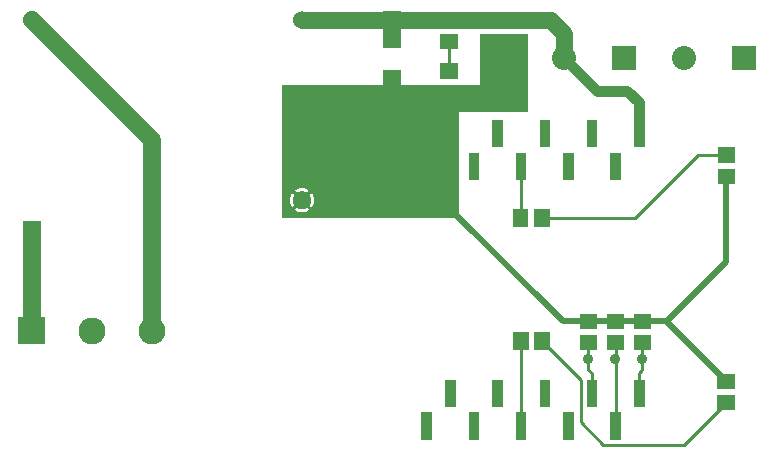
<source format=gbr>
G04 start of page 2 for group 0 idx 0 *
G04 Title: (unknown), top *
G04 Creator: pcb 4.0.2 *
G04 CreationDate: Sat May 14 18:14:31 2022 UTC *
G04 For: railfan *
G04 Format: Gerber/RS-274X *
G04 PCB-Dimensions (mil): 2800.00 1800.00 *
G04 PCB-Coordinate-Origin: lower left *
%MOIN*%
%FSLAX25Y25*%
%LNTOP*%
%ADD21C,0.0300*%
%ADD20C,0.0480*%
%ADD19C,0.0360*%
%ADD18C,0.0900*%
%ADD17C,0.0800*%
%ADD16C,0.0600*%
%ADD15C,0.0350*%
%ADD14C,0.0200*%
%ADD13C,0.0100*%
%ADD12C,0.0550*%
%ADD11C,0.0001*%
G54D11*G36*
X114784Y136000D02*X164000D01*
Y91500D01*
X114784D01*
Y95369D01*
X114787Y95370D01*
X114855Y95409D01*
X114916Y95458D01*
X114969Y95517D01*
X115011Y95583D01*
X115174Y95908D01*
X115303Y96248D01*
X115401Y96598D01*
X115467Y96956D01*
X115500Y97318D01*
Y97682D01*
X115467Y98044D01*
X115401Y98402D01*
X115303Y98752D01*
X115174Y99092D01*
X115015Y99419D01*
X114972Y99485D01*
X114919Y99544D01*
X114857Y99594D01*
X114788Y99633D01*
X114784Y99635D01*
Y136000D01*
G37*
G36*
X111502D02*X114784D01*
Y99635D01*
X114714Y99661D01*
X114637Y99677D01*
X114558Y99681D01*
X114479Y99673D01*
X114403Y99652D01*
X114330Y99620D01*
X114264Y99577D01*
X114205Y99524D01*
X114156Y99462D01*
X114116Y99393D01*
X114088Y99319D01*
X114072Y99242D01*
X114068Y99163D01*
X114076Y99084D01*
X114097Y99007D01*
X114130Y98936D01*
X114253Y98693D01*
X114350Y98438D01*
X114423Y98176D01*
X114472Y97908D01*
X114497Y97636D01*
Y97364D01*
X114472Y97092D01*
X114423Y96824D01*
X114350Y96562D01*
X114253Y96307D01*
X114133Y96063D01*
X114100Y95991D01*
X114079Y95916D01*
X114071Y95837D01*
X114075Y95759D01*
X114091Y95682D01*
X114119Y95608D01*
X114158Y95540D01*
X114207Y95479D01*
X114266Y95426D01*
X114332Y95383D01*
X114404Y95351D01*
X114480Y95330D01*
X114558Y95322D01*
X114636Y95326D01*
X114713Y95342D01*
X114784Y95369D01*
Y91500D01*
X111502D01*
Y93500D01*
X111682D01*
X112044Y93533D01*
X112402Y93599D01*
X112752Y93697D01*
X113092Y93826D01*
X113419Y93985D01*
X113485Y94028D01*
X113544Y94081D01*
X113594Y94143D01*
X113633Y94212D01*
X113661Y94286D01*
X113677Y94363D01*
X113681Y94442D01*
X113673Y94521D01*
X113652Y94597D01*
X113620Y94670D01*
X113577Y94736D01*
X113524Y94795D01*
X113462Y94844D01*
X113393Y94884D01*
X113319Y94912D01*
X113242Y94928D01*
X113163Y94932D01*
X113084Y94924D01*
X113007Y94903D01*
X112936Y94870D01*
X112693Y94747D01*
X112438Y94650D01*
X112176Y94577D01*
X111908Y94528D01*
X111636Y94503D01*
X111502D01*
Y100497D01*
X111636D01*
X111908Y100472D01*
X112176Y100423D01*
X112438Y100350D01*
X112693Y100253D01*
X112937Y100133D01*
X113009Y100100D01*
X113084Y100079D01*
X113163Y100071D01*
X113241Y100075D01*
X113318Y100091D01*
X113392Y100119D01*
X113460Y100158D01*
X113521Y100207D01*
X113574Y100266D01*
X113617Y100332D01*
X113649Y100404D01*
X113670Y100480D01*
X113678Y100558D01*
X113674Y100636D01*
X113658Y100713D01*
X113630Y100787D01*
X113591Y100855D01*
X113542Y100916D01*
X113483Y100969D01*
X113417Y101011D01*
X113092Y101174D01*
X112752Y101303D01*
X112402Y101401D01*
X112044Y101467D01*
X111682Y101500D01*
X111502D01*
Y136000D01*
G37*
G36*
X108216D02*X111502D01*
Y101500D01*
X111318D01*
X110956Y101467D01*
X110598Y101401D01*
X110248Y101303D01*
X109908Y101174D01*
X109581Y101015D01*
X109515Y100972D01*
X109456Y100919D01*
X109406Y100857D01*
X109367Y100788D01*
X109339Y100714D01*
X109323Y100637D01*
X109319Y100558D01*
X109327Y100479D01*
X109348Y100403D01*
X109380Y100330D01*
X109423Y100264D01*
X109476Y100205D01*
X109538Y100156D01*
X109607Y100116D01*
X109681Y100088D01*
X109758Y100072D01*
X109837Y100068D01*
X109916Y100076D01*
X109993Y100097D01*
X110064Y100130D01*
X110307Y100253D01*
X110562Y100350D01*
X110824Y100423D01*
X111092Y100472D01*
X111364Y100497D01*
X111502D01*
Y94503D01*
X111364D01*
X111092Y94528D01*
X110824Y94577D01*
X110562Y94650D01*
X110307Y94747D01*
X110063Y94867D01*
X109991Y94900D01*
X109915Y94921D01*
X109837Y94929D01*
X109759Y94925D01*
X109682Y94909D01*
X109608Y94881D01*
X109540Y94842D01*
X109479Y94793D01*
X109426Y94734D01*
X109383Y94668D01*
X109351Y94596D01*
X109330Y94520D01*
X109322Y94442D01*
X109326Y94364D01*
X109342Y94287D01*
X109370Y94213D01*
X109409Y94145D01*
X109458Y94084D01*
X109517Y94031D01*
X109583Y93989D01*
X109908Y93826D01*
X110248Y93697D01*
X110598Y93599D01*
X110956Y93533D01*
X111318Y93500D01*
X111502D01*
Y91500D01*
X108216D01*
Y95365D01*
X108286Y95339D01*
X108363Y95323D01*
X108442Y95319D01*
X108521Y95327D01*
X108597Y95348D01*
X108670Y95380D01*
X108736Y95423D01*
X108795Y95476D01*
X108844Y95538D01*
X108884Y95607D01*
X108912Y95681D01*
X108928Y95758D01*
X108932Y95837D01*
X108924Y95916D01*
X108903Y95993D01*
X108870Y96064D01*
X108747Y96307D01*
X108650Y96562D01*
X108577Y96824D01*
X108528Y97092D01*
X108503Y97364D01*
Y97636D01*
X108528Y97908D01*
X108577Y98176D01*
X108650Y98438D01*
X108747Y98693D01*
X108867Y98937D01*
X108900Y99009D01*
X108921Y99085D01*
X108929Y99163D01*
X108925Y99241D01*
X108909Y99318D01*
X108881Y99392D01*
X108842Y99460D01*
X108793Y99521D01*
X108734Y99574D01*
X108668Y99617D01*
X108596Y99649D01*
X108520Y99670D01*
X108442Y99678D01*
X108364Y99674D01*
X108287Y99658D01*
X108216Y99631D01*
Y136000D01*
G37*
G36*
X105000Y91500D02*Y136000D01*
X108216D01*
Y99631D01*
X108213Y99630D01*
X108145Y99591D01*
X108084Y99542D01*
X108031Y99483D01*
X107989Y99417D01*
X107826Y99092D01*
X107697Y98752D01*
X107599Y98402D01*
X107533Y98044D01*
X107500Y97682D01*
Y97318D01*
X107533Y96956D01*
X107599Y96598D01*
X107697Y96248D01*
X107826Y95908D01*
X107985Y95581D01*
X108028Y95515D01*
X108081Y95456D01*
X108143Y95406D01*
X108212Y95367D01*
X108216Y95365D01*
Y91500D01*
X105000D01*
G37*
G36*
X171000Y153000D02*X187000D01*
Y127000D01*
X171000D01*
Y153000D01*
G37*
G36*
X187000Y127000D02*X153500D01*
Y136000D01*
X187000D01*
Y127000D01*
G37*
G54D12*X111500Y157500D02*X194500D01*
X199000Y153000D01*
Y145000D01*
G54D13*X160500Y150457D02*Y140543D01*
G54D14*X253000Y105457D02*Y77000D01*
G54D13*X222500Y91500D02*X243543Y112543D01*
X253000D01*
G54D15*X223933Y119799D02*Y130067D01*
X220000Y134000D01*
X210000D01*
X199000Y145000D01*
G54D16*X21500Y56500D02*Y87500D01*
X61500Y56500D02*Y117500D01*
X21500Y157500D01*
G54D13*X184563Y22201D02*Y50500D01*
X191543D02*X204500Y37543D01*
X184563Y108815D02*Y91500D01*
X191500D02*X222500D01*
G54D14*X198457Y57043D02*X158500Y97000D01*
G54D13*X223933Y33185D02*Y39933D01*
X212000Y16000D02*X239000D01*
X252500Y29500D01*
X223933Y39933D02*X225000Y41000D01*
G54D14*X232957Y57043D02*X198457D01*
G54D13*X225000Y41000D02*Y49957D01*
G54D14*X252957Y37043D02*X232957Y57043D01*
X253000Y77000D02*X233000Y57000D01*
G54D13*X207000Y41000D02*Y49957D01*
X216059Y22201D02*Y49957D01*
X207000Y41000D02*X208185Y39815D01*
Y33185D01*
X204500Y37543D02*Y23500D01*
X212000Y16000D01*
G54D11*G36*
X215000Y149000D02*Y141000D01*
X223000D01*
Y149000D01*
X215000D01*
G37*
G54D17*X199000Y145000D03*
G54D11*G36*
X255000Y149000D02*Y141000D01*
X263000D01*
Y149000D01*
X255000D01*
G37*
G54D17*X239000Y145000D03*
G54D11*G36*
X18500Y90500D02*Y84500D01*
X24500D01*
Y90500D01*
X18500D01*
G37*
G54D16*X111500Y97500D03*
Y157500D03*
X21500D03*
G54D11*G36*
X17000Y58500D02*Y49500D01*
X26000D01*
Y58500D01*
X17000D01*
G37*
G54D18*X41500Y54000D03*
X61500D03*
G54D11*G36*
X222048Y59602D02*Y54484D01*
X227952D01*
Y59602D01*
X222048D01*
G37*
G36*
Y52516D02*Y47398D01*
X227952D01*
Y52516D01*
X222048D01*
G37*
G36*
X213048Y59602D02*Y54484D01*
X218952D01*
Y59602D01*
X213048D01*
G37*
G36*
Y52516D02*Y47398D01*
X218952D01*
Y52516D01*
X213048D01*
G37*
G36*
X204048Y59602D02*Y54484D01*
X209952D01*
Y59602D01*
X204048D01*
G37*
G36*
Y52516D02*Y47398D01*
X209952D01*
Y52516D01*
X204048D01*
G37*
G36*
X187016Y53452D02*X181898D01*
Y47548D01*
X187016D01*
Y53452D01*
G37*
G36*
X194102D02*X188984D01*
Y47548D01*
X194102D01*
Y53452D01*
G37*
G36*
X250005Y39602D02*Y34484D01*
X255909D01*
Y39602D01*
X250005D01*
G37*
G36*
Y32516D02*Y27398D01*
X255909D01*
Y32516D01*
X250005D01*
G37*
G36*
X225685Y37693D02*X222181D01*
Y28677D01*
X225685D01*
Y37693D01*
G37*
G36*
X180548Y160102D02*Y154984D01*
X186452D01*
Y160102D01*
X180548D01*
G37*
G36*
Y153016D02*Y147898D01*
X186452D01*
Y153016D01*
X180548D01*
G37*
G36*
X171548Y160102D02*Y154984D01*
X177452D01*
Y160102D01*
X171548D01*
G37*
G36*
Y153016D02*Y147898D01*
X177452D01*
Y153016D01*
X171548D01*
G37*
G36*
X144650Y160642D02*X138350D01*
Y148043D01*
X144650D01*
Y160642D01*
G37*
G36*
Y140957D02*X138350D01*
Y128358D01*
X144650D01*
Y140957D01*
G37*
G36*
X157548Y136016D02*Y130898D01*
X163452D01*
Y136016D01*
X157548D01*
G37*
G36*
Y143102D02*Y137984D01*
X163452D01*
Y143102D01*
X157548D01*
G37*
G36*
X162693Y124307D02*X159189D01*
Y115291D01*
X162693D01*
Y124307D01*
G37*
G36*
X154819Y113323D02*X151315D01*
Y104307D01*
X154819D01*
Y113323D01*
G37*
G36*
X157548Y153016D02*Y147898D01*
X163452D01*
Y153016D01*
X157548D01*
G37*
G36*
Y160102D02*Y154984D01*
X163452D01*
Y160102D01*
X157548D01*
G37*
G36*
X186973Y94452D02*X181855D01*
Y88548D01*
X186973D01*
Y94452D01*
G37*
G36*
X194059D02*X188941D01*
Y88548D01*
X194059D01*
Y94452D01*
G37*
G36*
X178441Y124307D02*X174937D01*
Y115291D01*
X178441D01*
Y124307D01*
G37*
G36*
X170567Y113323D02*X167063D01*
Y104307D01*
X170567D01*
Y113323D01*
G37*
G36*
X250048Y108016D02*Y102898D01*
X255952D01*
Y108016D01*
X250048D01*
G37*
G36*
Y115102D02*Y109984D01*
X255952D01*
Y115102D01*
X250048D01*
G37*
G36*
X225685Y124307D02*X222181D01*
Y115291D01*
X225685D01*
Y124307D01*
G37*
G36*
X209937D02*X206433D01*
Y115291D01*
X209937D01*
Y124307D01*
G37*
G36*
X194189D02*X190685D01*
Y115291D01*
X194189D01*
Y124307D01*
G37*
G36*
X186315Y113323D02*X182811D01*
Y104307D01*
X186315D01*
Y113323D01*
G37*
G36*
X202063D02*X198559D01*
Y104307D01*
X202063D01*
Y113323D01*
G37*
G36*
X217811D02*X214307D01*
Y104307D01*
X217811D01*
Y113323D01*
G37*
G36*
X209937Y37693D02*X206433D01*
Y28677D01*
X209937D01*
Y37693D01*
G37*
G36*
X194189D02*X190685D01*
Y28677D01*
X194189D01*
Y37693D01*
G37*
G36*
X186315Y26709D02*X182811D01*
Y17693D01*
X186315D01*
Y26709D01*
G37*
G36*
X202063D02*X198559D01*
Y17693D01*
X202063D01*
Y26709D01*
G37*
G36*
X178441Y37693D02*X174937D01*
Y28677D01*
X178441D01*
Y37693D01*
G37*
G36*
X162693D02*X159189D01*
Y28677D01*
X162693D01*
Y37693D01*
G37*
G36*
X154819Y26709D02*X151315D01*
Y17693D01*
X154819D01*
Y26709D01*
G37*
G36*
X170567D02*X167063D01*
Y17693D01*
X170567D01*
Y26709D01*
G37*
G36*
X217811D02*X214307D01*
Y17693D01*
X217811D01*
Y26709D01*
G37*
G54D19*X207000Y44500D03*
X216000D03*
X225000D03*
G54D14*G54D20*G54D21*G54D12*M02*

</source>
